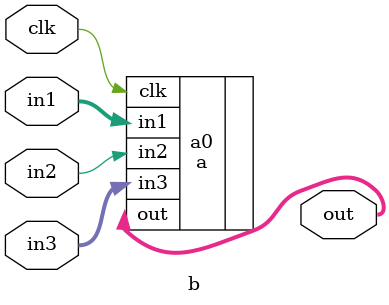
<source format=v>
`include "defines.v"

module b(in1,
         in2,
         in3,
         out,
         clk);
// Location of source csl unit: file name = multiple_units3.csl line number = 16
  input [3 - 1:0] in1;
  input in2;
  input [6 - 1:0] in3;
  input clk;
  output [3 - 1:0] out;
  a a0(.clk(clk),
       .in1(in1),
       .in2(in2),
       .in3(in3),
       .out(out));
  `include "b.logic.vh"
endmodule


</source>
